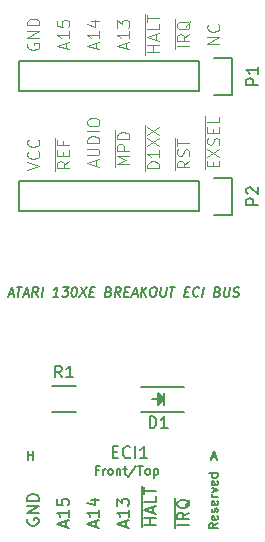
<source format=gto>
%TF.GenerationSoftware,KiCad,Pcbnew,4.0.2+dfsg1-stable*%
%TF.CreationDate,2019-04-14T21:57:52+02:00*%
%TF.ProjectId,ECI-Breakout,4543492D427265616B6F75742E6B6963,rev?*%
%TF.FileFunction,Legend,Top*%
%FSLAX46Y46*%
G04 Gerber Fmt 4.6, Leading zero omitted, Abs format (unit mm)*
G04 Created by KiCad (PCBNEW 4.0.2+dfsg1-stable) date Sun 14 Apr 2019 21:57:52 CEST*
%MOMM*%
G01*
G04 APERTURE LIST*
%ADD10C,0.100000*%
%ADD11C,0.200000*%
%ADD12C,0.150000*%
G04 APERTURE END LIST*
D10*
D11*
X122329999Y-92081333D02*
X122710951Y-92081333D01*
X122225237Y-92309905D02*
X122591904Y-91509905D01*
X122758571Y-92309905D01*
X123010951Y-91509905D02*
X123468094Y-91509905D01*
X123139523Y-92309905D02*
X123239523Y-91509905D01*
X123625237Y-92081333D02*
X124006189Y-92081333D01*
X123520475Y-92309905D02*
X123887142Y-91509905D01*
X124053809Y-92309905D01*
X124777618Y-92309905D02*
X124558570Y-91928952D01*
X124320475Y-92309905D02*
X124420475Y-91509905D01*
X124725237Y-91509905D01*
X124796666Y-91548000D01*
X124829999Y-91586095D01*
X124858570Y-91662286D01*
X124844285Y-91776571D01*
X124796666Y-91852762D01*
X124753809Y-91890857D01*
X124672856Y-91928952D01*
X124368094Y-91928952D01*
X125120475Y-92309905D02*
X125220475Y-91509905D01*
X126529999Y-92309905D02*
X126072856Y-92309905D01*
X126301427Y-92309905D02*
X126401427Y-91509905D01*
X126310951Y-91624190D01*
X126225236Y-91700381D01*
X126144285Y-91738476D01*
X126896666Y-91509905D02*
X127391904Y-91509905D01*
X127087142Y-91814667D01*
X127201428Y-91814667D01*
X127272856Y-91852762D01*
X127306190Y-91890857D01*
X127334761Y-91967048D01*
X127310952Y-92157524D01*
X127263333Y-92233714D01*
X127220475Y-92271810D01*
X127139523Y-92309905D01*
X126910951Y-92309905D01*
X126839523Y-92271810D01*
X126806190Y-92233714D01*
X127887142Y-91509905D02*
X127963333Y-91509905D01*
X128034761Y-91548000D01*
X128068094Y-91586095D01*
X128096666Y-91662286D01*
X128115714Y-91814667D01*
X128091904Y-92005143D01*
X128034762Y-92157524D01*
X127987142Y-92233714D01*
X127944285Y-92271810D01*
X127863333Y-92309905D01*
X127787142Y-92309905D01*
X127715714Y-92271810D01*
X127682380Y-92233714D01*
X127653809Y-92157524D01*
X127634761Y-92005143D01*
X127658571Y-91814667D01*
X127715713Y-91662286D01*
X127763332Y-91586095D01*
X127806190Y-91548000D01*
X127887142Y-91509905D01*
X128420476Y-91509905D02*
X128853809Y-92309905D01*
X128953809Y-91509905D02*
X128320476Y-92309905D01*
X129210952Y-91890857D02*
X129477619Y-91890857D01*
X129539524Y-92309905D02*
X129158571Y-92309905D01*
X129258571Y-91509905D01*
X129639524Y-91509905D01*
X130810953Y-91890857D02*
X130920477Y-91928952D01*
X130953810Y-91967048D01*
X130982381Y-92043238D01*
X130968096Y-92157524D01*
X130920477Y-92233714D01*
X130877620Y-92271810D01*
X130796667Y-92309905D01*
X130491905Y-92309905D01*
X130591905Y-91509905D01*
X130858572Y-91509905D01*
X130930000Y-91548000D01*
X130963334Y-91586095D01*
X130991905Y-91662286D01*
X130982382Y-91738476D01*
X130934763Y-91814667D01*
X130891905Y-91852762D01*
X130810953Y-91890857D01*
X130544286Y-91890857D01*
X131749048Y-92309905D02*
X131530000Y-91928952D01*
X131291905Y-92309905D02*
X131391905Y-91509905D01*
X131696667Y-91509905D01*
X131768096Y-91548000D01*
X131801429Y-91586095D01*
X131830000Y-91662286D01*
X131815715Y-91776571D01*
X131768096Y-91852762D01*
X131725239Y-91890857D01*
X131644286Y-91928952D01*
X131339524Y-91928952D01*
X132144286Y-91890857D02*
X132410953Y-91890857D01*
X132472858Y-92309905D02*
X132091905Y-92309905D01*
X132191905Y-91509905D01*
X132572858Y-91509905D01*
X132806191Y-92081333D02*
X133187143Y-92081333D01*
X132701429Y-92309905D02*
X133068096Y-91509905D01*
X133234763Y-92309905D01*
X133501429Y-92309905D02*
X133601429Y-91509905D01*
X133958572Y-92309905D02*
X133672858Y-91852762D01*
X134058572Y-91509905D02*
X133544286Y-91967048D01*
X134553810Y-91509905D02*
X134706191Y-91509905D01*
X134777620Y-91548000D01*
X134844286Y-91624190D01*
X134863334Y-91776571D01*
X134830000Y-92043238D01*
X134772858Y-92195619D01*
X134687144Y-92271810D01*
X134606191Y-92309905D01*
X134453810Y-92309905D01*
X134382382Y-92271810D01*
X134315715Y-92195619D01*
X134296667Y-92043238D01*
X134330001Y-91776571D01*
X134387143Y-91624190D01*
X134472858Y-91548000D01*
X134553810Y-91509905D01*
X135239524Y-91509905D02*
X135158572Y-92157524D01*
X135187143Y-92233714D01*
X135220477Y-92271810D01*
X135291905Y-92309905D01*
X135444286Y-92309905D01*
X135525239Y-92271810D01*
X135568096Y-92233714D01*
X135615715Y-92157524D01*
X135696667Y-91509905D01*
X135963333Y-91509905D02*
X136420476Y-91509905D01*
X136091905Y-92309905D02*
X136191905Y-91509905D01*
X137249048Y-91890857D02*
X137515715Y-91890857D01*
X137577620Y-92309905D02*
X137196667Y-92309905D01*
X137296667Y-91509905D01*
X137677620Y-91509905D01*
X138387144Y-92233714D02*
X138344287Y-92271810D01*
X138225239Y-92309905D01*
X138149049Y-92309905D01*
X138039525Y-92271810D01*
X137972858Y-92195619D01*
X137944286Y-92119429D01*
X137925239Y-91967048D01*
X137939525Y-91852762D01*
X137996667Y-91700381D01*
X138044286Y-91624190D01*
X138130001Y-91548000D01*
X138249049Y-91509905D01*
X138325239Y-91509905D01*
X138434763Y-91548000D01*
X138468096Y-91586095D01*
X138720477Y-92309905D02*
X138820477Y-91509905D01*
X140030001Y-91890857D02*
X140139525Y-91928952D01*
X140172858Y-91967048D01*
X140201429Y-92043238D01*
X140187144Y-92157524D01*
X140139525Y-92233714D01*
X140096668Y-92271810D01*
X140015715Y-92309905D01*
X139710953Y-92309905D01*
X139810953Y-91509905D01*
X140077620Y-91509905D01*
X140149048Y-91548000D01*
X140182382Y-91586095D01*
X140210953Y-91662286D01*
X140201430Y-91738476D01*
X140153811Y-91814667D01*
X140110953Y-91852762D01*
X140030001Y-91890857D01*
X139763334Y-91890857D01*
X140610953Y-91509905D02*
X140530001Y-92157524D01*
X140558572Y-92233714D01*
X140591906Y-92271810D01*
X140663334Y-92309905D01*
X140815715Y-92309905D01*
X140896668Y-92271810D01*
X140939525Y-92233714D01*
X140987144Y-92157524D01*
X141068096Y-91509905D01*
X141315715Y-92271810D02*
X141425239Y-92309905D01*
X141615715Y-92309905D01*
X141696667Y-92271810D01*
X141739525Y-92233714D01*
X141787144Y-92157524D01*
X141796667Y-92081333D01*
X141768096Y-92005143D01*
X141734762Y-91967048D01*
X141663334Y-91928952D01*
X141515715Y-91890857D01*
X141444286Y-91852762D01*
X141410953Y-91814667D01*
X141382382Y-91738476D01*
X141391905Y-91662286D01*
X141439524Y-91586095D01*
X141482381Y-91548000D01*
X141563334Y-91509905D01*
X141753810Y-91509905D01*
X141863334Y-91548000D01*
D10*
X139628571Y-81271810D02*
X139628571Y-80938476D01*
X140152381Y-80795619D02*
X140152381Y-81271810D01*
X139152381Y-81271810D01*
X139152381Y-80795619D01*
X139152381Y-80462286D02*
X140152381Y-79795619D01*
X139152381Y-79795619D02*
X140152381Y-80462286D01*
X140104762Y-79462286D02*
X140152381Y-79319429D01*
X140152381Y-79081333D01*
X140104762Y-78986095D01*
X140057143Y-78938476D01*
X139961905Y-78890857D01*
X139866667Y-78890857D01*
X139771429Y-78938476D01*
X139723810Y-78986095D01*
X139676190Y-79081333D01*
X139628571Y-79271810D01*
X139580952Y-79367048D01*
X139533333Y-79414667D01*
X139438095Y-79462286D01*
X139342857Y-79462286D01*
X139247619Y-79414667D01*
X139200000Y-79367048D01*
X139152381Y-79271810D01*
X139152381Y-79033714D01*
X139200000Y-78890857D01*
X139628571Y-78462286D02*
X139628571Y-78128952D01*
X140152381Y-77986095D02*
X140152381Y-78462286D01*
X139152381Y-78462286D01*
X139152381Y-77986095D01*
X140152381Y-77081333D02*
X140152381Y-77557524D01*
X139152381Y-77557524D01*
X138980000Y-81509905D02*
X138980000Y-76986095D01*
X137612381Y-80811619D02*
X137136190Y-81144953D01*
X137612381Y-81383048D02*
X136612381Y-81383048D01*
X136612381Y-81002095D01*
X136660000Y-80906857D01*
X136707619Y-80859238D01*
X136802857Y-80811619D01*
X136945714Y-80811619D01*
X137040952Y-80859238D01*
X137088571Y-80906857D01*
X137136190Y-81002095D01*
X137136190Y-81383048D01*
X137564762Y-80430667D02*
X137612381Y-80287810D01*
X137612381Y-80049714D01*
X137564762Y-79954476D01*
X137517143Y-79906857D01*
X137421905Y-79859238D01*
X137326667Y-79859238D01*
X137231429Y-79906857D01*
X137183810Y-79954476D01*
X137136190Y-80049714D01*
X137088571Y-80240191D01*
X137040952Y-80335429D01*
X136993333Y-80383048D01*
X136898095Y-80430667D01*
X136802857Y-80430667D01*
X136707619Y-80383048D01*
X136660000Y-80335429D01*
X136612381Y-80240191D01*
X136612381Y-80002095D01*
X136660000Y-79859238D01*
X136612381Y-79573524D02*
X136612381Y-79002095D01*
X137612381Y-79287810D02*
X136612381Y-79287810D01*
X136440000Y-81621143D02*
X136440000Y-78906857D01*
X135072381Y-81446476D02*
X134072381Y-81446476D01*
X134072381Y-81208381D01*
X134120000Y-81065523D01*
X134215238Y-80970285D01*
X134310476Y-80922666D01*
X134500952Y-80875047D01*
X134643810Y-80875047D01*
X134834286Y-80922666D01*
X134929524Y-80970285D01*
X135024762Y-81065523D01*
X135072381Y-81208381D01*
X135072381Y-81446476D01*
X135072381Y-79922666D02*
X135072381Y-80494095D01*
X135072381Y-80208381D02*
X134072381Y-80208381D01*
X134215238Y-80303619D01*
X134310476Y-80398857D01*
X134358095Y-80494095D01*
X134072381Y-79589333D02*
X135072381Y-78922666D01*
X134072381Y-78922666D02*
X135072381Y-79589333D01*
X134072381Y-78636952D02*
X135072381Y-77970285D01*
X134072381Y-77970285D02*
X135072381Y-78636952D01*
X133900000Y-81684571D02*
X133900000Y-77827428D01*
X132532381Y-81089333D02*
X131532381Y-81089333D01*
X132246667Y-80755999D01*
X131532381Y-80422666D01*
X132532381Y-80422666D01*
X132532381Y-79946476D02*
X131532381Y-79946476D01*
X131532381Y-79565523D01*
X131580000Y-79470285D01*
X131627619Y-79422666D01*
X131722857Y-79375047D01*
X131865714Y-79375047D01*
X131960952Y-79422666D01*
X132008571Y-79470285D01*
X132056190Y-79565523D01*
X132056190Y-79946476D01*
X132532381Y-78946476D02*
X131532381Y-78946476D01*
X131532381Y-78708381D01*
X131580000Y-78565523D01*
X131675238Y-78470285D01*
X131770476Y-78422666D01*
X131960952Y-78375047D01*
X132103810Y-78375047D01*
X132294286Y-78422666D01*
X132389524Y-78470285D01*
X132484762Y-78565523D01*
X132532381Y-78708381D01*
X132532381Y-78946476D01*
X131360000Y-81327428D02*
X131360000Y-78184571D01*
X129706667Y-81271809D02*
X129706667Y-80795618D01*
X129992381Y-81367047D02*
X128992381Y-81033714D01*
X129992381Y-80700380D01*
X128992381Y-80367047D02*
X129801905Y-80367047D01*
X129897143Y-80319428D01*
X129944762Y-80271809D01*
X129992381Y-80176571D01*
X129992381Y-79986094D01*
X129944762Y-79890856D01*
X129897143Y-79843237D01*
X129801905Y-79795618D01*
X128992381Y-79795618D01*
X129992381Y-79319428D02*
X128992381Y-79319428D01*
X128992381Y-79081333D01*
X129040000Y-78938475D01*
X129135238Y-78843237D01*
X129230476Y-78795618D01*
X129420952Y-78747999D01*
X129563810Y-78747999D01*
X129754286Y-78795618D01*
X129849524Y-78843237D01*
X129944762Y-78938475D01*
X129992381Y-79081333D01*
X129992381Y-79319428D01*
X129992381Y-78319428D02*
X128992381Y-78319428D01*
X128992381Y-77652762D02*
X128992381Y-77462285D01*
X129040000Y-77367047D01*
X129135238Y-77271809D01*
X129325714Y-77224190D01*
X129659048Y-77224190D01*
X129849524Y-77271809D01*
X129944762Y-77367047D01*
X129992381Y-77462285D01*
X129992381Y-77652762D01*
X129944762Y-77748000D01*
X129849524Y-77843238D01*
X129659048Y-77890857D01*
X129325714Y-77890857D01*
X129135238Y-77843238D01*
X129040000Y-77748000D01*
X128992381Y-77652762D01*
X127452381Y-80835428D02*
X126976190Y-81168762D01*
X127452381Y-81406857D02*
X126452381Y-81406857D01*
X126452381Y-81025904D01*
X126500000Y-80930666D01*
X126547619Y-80883047D01*
X126642857Y-80835428D01*
X126785714Y-80835428D01*
X126880952Y-80883047D01*
X126928571Y-80930666D01*
X126976190Y-81025904D01*
X126976190Y-81406857D01*
X126928571Y-80406857D02*
X126928571Y-80073523D01*
X127452381Y-79930666D02*
X127452381Y-80406857D01*
X126452381Y-80406857D01*
X126452381Y-79930666D01*
X126928571Y-79168761D02*
X126928571Y-79502095D01*
X127452381Y-79502095D02*
X126452381Y-79502095D01*
X126452381Y-79025904D01*
X126280000Y-81644952D02*
X126280000Y-78883047D01*
X123912381Y-81597333D02*
X124912381Y-81264000D01*
X123912381Y-80930666D01*
X124817143Y-80025904D02*
X124864762Y-80073523D01*
X124912381Y-80216380D01*
X124912381Y-80311618D01*
X124864762Y-80454476D01*
X124769524Y-80549714D01*
X124674286Y-80597333D01*
X124483810Y-80644952D01*
X124340952Y-80644952D01*
X124150476Y-80597333D01*
X124055238Y-80549714D01*
X123960000Y-80454476D01*
X123912381Y-80311618D01*
X123912381Y-80216380D01*
X123960000Y-80073523D01*
X124007619Y-80025904D01*
X124817143Y-79025904D02*
X124864762Y-79073523D01*
X124912381Y-79216380D01*
X124912381Y-79311618D01*
X124864762Y-79454476D01*
X124769524Y-79549714D01*
X124674286Y-79597333D01*
X124483810Y-79644952D01*
X124340952Y-79644952D01*
X124150476Y-79597333D01*
X124055238Y-79549714D01*
X123960000Y-79454476D01*
X123912381Y-79311618D01*
X123912381Y-79216380D01*
X123960000Y-79073523D01*
X124007619Y-79025904D01*
X140152381Y-70889714D02*
X139152381Y-70889714D01*
X140152381Y-70318285D01*
X139152381Y-70318285D01*
X140057143Y-69270666D02*
X140104762Y-69318285D01*
X140152381Y-69461142D01*
X140152381Y-69556380D01*
X140104762Y-69699238D01*
X140009524Y-69794476D01*
X139914286Y-69842095D01*
X139723810Y-69889714D01*
X139580952Y-69889714D01*
X139390476Y-69842095D01*
X139295238Y-69794476D01*
X139200000Y-69699238D01*
X139152381Y-69556380D01*
X139152381Y-69461142D01*
X139200000Y-69318285D01*
X139247619Y-69270666D01*
X137612381Y-71127809D02*
X136612381Y-71127809D01*
X137612381Y-70080190D02*
X137136190Y-70413524D01*
X137612381Y-70651619D02*
X136612381Y-70651619D01*
X136612381Y-70270666D01*
X136660000Y-70175428D01*
X136707619Y-70127809D01*
X136802857Y-70080190D01*
X136945714Y-70080190D01*
X137040952Y-70127809D01*
X137088571Y-70175428D01*
X137136190Y-70270666D01*
X137136190Y-70651619D01*
X137707619Y-68984952D02*
X137660000Y-69080190D01*
X137564762Y-69175428D01*
X137421905Y-69318285D01*
X137374286Y-69413524D01*
X137374286Y-69508762D01*
X137612381Y-69461143D02*
X137564762Y-69556381D01*
X137469524Y-69651619D01*
X137279048Y-69699238D01*
X136945714Y-69699238D01*
X136755238Y-69651619D01*
X136660000Y-69556381D01*
X136612381Y-69461143D01*
X136612381Y-69270666D01*
X136660000Y-69175428D01*
X136755238Y-69080190D01*
X136945714Y-69032571D01*
X137279048Y-69032571D01*
X137469524Y-69080190D01*
X137564762Y-69175428D01*
X137612381Y-69270666D01*
X137612381Y-69461143D01*
X136440000Y-71365904D02*
X136440000Y-68842095D01*
X135072381Y-71604000D02*
X134072381Y-71604000D01*
X134548571Y-71604000D02*
X134548571Y-71032571D01*
X135072381Y-71032571D02*
X134072381Y-71032571D01*
X134786667Y-70604000D02*
X134786667Y-70127809D01*
X135072381Y-70699238D02*
X134072381Y-70365905D01*
X135072381Y-70032571D01*
X135072381Y-69223047D02*
X135072381Y-69699238D01*
X134072381Y-69699238D01*
X134072381Y-69032571D02*
X134072381Y-68461142D01*
X135072381Y-68746857D02*
X134072381Y-68746857D01*
X133900000Y-71842095D02*
X133900000Y-68365904D01*
X132246667Y-71294476D02*
X132246667Y-70818285D01*
X132532381Y-71389714D02*
X131532381Y-71056381D01*
X132532381Y-70723047D01*
X132532381Y-69865904D02*
X132532381Y-70437333D01*
X132532381Y-70151619D02*
X131532381Y-70151619D01*
X131675238Y-70246857D01*
X131770476Y-70342095D01*
X131818095Y-70437333D01*
X131532381Y-69532571D02*
X131532381Y-68913523D01*
X131913333Y-69246857D01*
X131913333Y-69103999D01*
X131960952Y-69008761D01*
X132008571Y-68961142D01*
X132103810Y-68913523D01*
X132341905Y-68913523D01*
X132437143Y-68961142D01*
X132484762Y-69008761D01*
X132532381Y-69103999D01*
X132532381Y-69389714D01*
X132484762Y-69484952D01*
X132437143Y-69532571D01*
X129706667Y-71294476D02*
X129706667Y-70818285D01*
X129992381Y-71389714D02*
X128992381Y-71056381D01*
X129992381Y-70723047D01*
X129992381Y-69865904D02*
X129992381Y-70437333D01*
X129992381Y-70151619D02*
X128992381Y-70151619D01*
X129135238Y-70246857D01*
X129230476Y-70342095D01*
X129278095Y-70437333D01*
X129325714Y-69008761D02*
X129992381Y-69008761D01*
X128944762Y-69246857D02*
X129659048Y-69484952D01*
X129659048Y-68865904D01*
X127166667Y-71294476D02*
X127166667Y-70818285D01*
X127452381Y-71389714D02*
X126452381Y-71056381D01*
X127452381Y-70723047D01*
X127452381Y-69865904D02*
X127452381Y-70437333D01*
X127452381Y-70151619D02*
X126452381Y-70151619D01*
X126595238Y-70246857D01*
X126690476Y-70342095D01*
X126738095Y-70437333D01*
X126452381Y-68961142D02*
X126452381Y-69437333D01*
X126928571Y-69484952D01*
X126880952Y-69437333D01*
X126833333Y-69342095D01*
X126833333Y-69103999D01*
X126880952Y-69008761D01*
X126928571Y-68961142D01*
X127023810Y-68913523D01*
X127261905Y-68913523D01*
X127357143Y-68961142D01*
X127404762Y-69008761D01*
X127452381Y-69103999D01*
X127452381Y-69342095D01*
X127404762Y-69437333D01*
X127357143Y-69484952D01*
X123960000Y-70865904D02*
X123912381Y-70961142D01*
X123912381Y-71103999D01*
X123960000Y-71246857D01*
X124055238Y-71342095D01*
X124150476Y-71389714D01*
X124340952Y-71437333D01*
X124483810Y-71437333D01*
X124674286Y-71389714D01*
X124769524Y-71342095D01*
X124864762Y-71246857D01*
X124912381Y-71103999D01*
X124912381Y-71008761D01*
X124864762Y-70865904D01*
X124817143Y-70818285D01*
X124483810Y-70818285D01*
X124483810Y-71008761D01*
X124912381Y-70389714D02*
X123912381Y-70389714D01*
X124912381Y-69818285D01*
X123912381Y-69818285D01*
X124912381Y-69342095D02*
X123912381Y-69342095D01*
X123912381Y-69104000D01*
X123960000Y-68961142D01*
X124055238Y-68865904D01*
X124150476Y-68818285D01*
X124340952Y-68770666D01*
X124483810Y-68770666D01*
X124674286Y-68818285D01*
X124769524Y-68865904D01*
X124864762Y-68961142D01*
X124912381Y-69104000D01*
X124912381Y-69342095D01*
D12*
X137150000Y-99950000D02*
X133550000Y-99950000D01*
X137150000Y-102050000D02*
X133550000Y-102050000D01*
X135100000Y-101300000D02*
X135100000Y-100700000D01*
X135100000Y-100700000D02*
X135400000Y-101000000D01*
X135400000Y-101000000D02*
X135200000Y-101200000D01*
X135200000Y-101200000D02*
X135200000Y-100950000D01*
X135200000Y-100950000D02*
X135250000Y-101000000D01*
X135500000Y-101500000D02*
X135500000Y-100500000D01*
X135000000Y-101000000D02*
X134500000Y-101000000D01*
X135500000Y-101000000D02*
X135000000Y-101500000D01*
X135000000Y-101500000D02*
X135000000Y-100500000D01*
X135000000Y-100500000D02*
X135500000Y-101000000D01*
X128000000Y-102075000D02*
X126000000Y-102075000D01*
X126000000Y-99925000D02*
X128000000Y-99925000D01*
X138430000Y-74930000D02*
X123190000Y-74930000D01*
X123190000Y-74930000D02*
X123190000Y-72390000D01*
X123190000Y-72390000D02*
X138430000Y-72390000D01*
X141250000Y-75210000D02*
X139700000Y-75210000D01*
X138430000Y-74930000D02*
X138430000Y-72390000D01*
X139700000Y-72110000D02*
X141250000Y-72110000D01*
X141250000Y-72110000D02*
X141250000Y-75210000D01*
X138430000Y-85090000D02*
X123190000Y-85090000D01*
X123190000Y-85090000D02*
X123190000Y-82550000D01*
X123190000Y-82550000D02*
X138430000Y-82550000D01*
X141250000Y-85370000D02*
X139700000Y-85370000D01*
X138430000Y-85090000D02*
X138430000Y-82550000D01*
X139700000Y-82270000D02*
X141250000Y-82270000D01*
X141250000Y-82270000D02*
X141250000Y-85370000D01*
X134261905Y-103452381D02*
X134261905Y-102452381D01*
X134500000Y-102452381D01*
X134642858Y-102500000D01*
X134738096Y-102595238D01*
X134785715Y-102690476D01*
X134833334Y-102880952D01*
X134833334Y-103023810D01*
X134785715Y-103214286D01*
X134738096Y-103309524D01*
X134642858Y-103404762D01*
X134500000Y-103452381D01*
X134261905Y-103452381D01*
X135785715Y-103452381D02*
X135214286Y-103452381D01*
X135500000Y-103452381D02*
X135500000Y-102452381D01*
X135404762Y-102595238D01*
X135309524Y-102690476D01*
X135214286Y-102738095D01*
X131131429Y-105466571D02*
X131464763Y-105466571D01*
X131607620Y-105990381D02*
X131131429Y-105990381D01*
X131131429Y-104990381D01*
X131607620Y-104990381D01*
X132607620Y-105895143D02*
X132560001Y-105942762D01*
X132417144Y-105990381D01*
X132321906Y-105990381D01*
X132179048Y-105942762D01*
X132083810Y-105847524D01*
X132036191Y-105752286D01*
X131988572Y-105561810D01*
X131988572Y-105418952D01*
X132036191Y-105228476D01*
X132083810Y-105133238D01*
X132179048Y-105038000D01*
X132321906Y-104990381D01*
X132417144Y-104990381D01*
X132560001Y-105038000D01*
X132607620Y-105085619D01*
X133036191Y-105990381D02*
X133036191Y-104990381D01*
X134036191Y-105990381D02*
X133464762Y-105990381D01*
X133750476Y-105990381D02*
X133750476Y-104990381D01*
X133655238Y-105133238D01*
X133560000Y-105228476D01*
X133464762Y-105276095D01*
X129931001Y-107008429D02*
X129681001Y-107008429D01*
X129681001Y-107401286D02*
X129681001Y-106651286D01*
X130038144Y-106651286D01*
X130323858Y-107401286D02*
X130323858Y-106901286D01*
X130323858Y-107044143D02*
X130359573Y-106972714D01*
X130395287Y-106937000D01*
X130466716Y-106901286D01*
X130538144Y-106901286D01*
X130895287Y-107401286D02*
X130823859Y-107365571D01*
X130788144Y-107329857D01*
X130752430Y-107258429D01*
X130752430Y-107044143D01*
X130788144Y-106972714D01*
X130823859Y-106937000D01*
X130895287Y-106901286D01*
X131002430Y-106901286D01*
X131073859Y-106937000D01*
X131109573Y-106972714D01*
X131145287Y-107044143D01*
X131145287Y-107258429D01*
X131109573Y-107329857D01*
X131073859Y-107365571D01*
X131002430Y-107401286D01*
X130895287Y-107401286D01*
X131466715Y-106901286D02*
X131466715Y-107401286D01*
X131466715Y-106972714D02*
X131502430Y-106937000D01*
X131573858Y-106901286D01*
X131681001Y-106901286D01*
X131752430Y-106937000D01*
X131788144Y-107008429D01*
X131788144Y-107401286D01*
X132038144Y-106901286D02*
X132323858Y-106901286D01*
X132145286Y-106651286D02*
X132145286Y-107294143D01*
X132181001Y-107365571D01*
X132252429Y-107401286D01*
X132323858Y-107401286D01*
X133109572Y-106615571D02*
X132466715Y-107579857D01*
X133252429Y-106651286D02*
X133681000Y-106651286D01*
X133466714Y-107401286D02*
X133466714Y-106651286D01*
X134038143Y-107401286D02*
X133966715Y-107365571D01*
X133931000Y-107329857D01*
X133895286Y-107258429D01*
X133895286Y-107044143D01*
X133931000Y-106972714D01*
X133966715Y-106937000D01*
X134038143Y-106901286D01*
X134145286Y-106901286D01*
X134216715Y-106937000D01*
X134252429Y-106972714D01*
X134288143Y-107044143D01*
X134288143Y-107258429D01*
X134252429Y-107329857D01*
X134216715Y-107365571D01*
X134145286Y-107401286D01*
X134038143Y-107401286D01*
X134609571Y-106901286D02*
X134609571Y-107651286D01*
X134609571Y-106937000D02*
X134681000Y-106901286D01*
X134823857Y-106901286D01*
X134895286Y-106937000D01*
X134931000Y-106972714D01*
X134966714Y-107044143D01*
X134966714Y-107258429D01*
X134931000Y-107329857D01*
X134895286Y-107365571D01*
X134823857Y-107401286D01*
X134681000Y-107401286D01*
X134609571Y-107365571D01*
X123963714Y-106131286D02*
X123963714Y-105381286D01*
X123963714Y-105738429D02*
X124392286Y-105738429D01*
X124392286Y-106131286D02*
X124392286Y-105381286D01*
X139493429Y-105917000D02*
X139850572Y-105917000D01*
X139422001Y-106131286D02*
X139672001Y-105381286D01*
X139922001Y-106131286D01*
X140011286Y-111494857D02*
X139654143Y-111744857D01*
X140011286Y-111923429D02*
X139261286Y-111923429D01*
X139261286Y-111637714D01*
X139297000Y-111566286D01*
X139332714Y-111530571D01*
X139404143Y-111494857D01*
X139511286Y-111494857D01*
X139582714Y-111530571D01*
X139618429Y-111566286D01*
X139654143Y-111637714D01*
X139654143Y-111923429D01*
X139975571Y-110887714D02*
X140011286Y-110959143D01*
X140011286Y-111102000D01*
X139975571Y-111173429D01*
X139904143Y-111209143D01*
X139618429Y-111209143D01*
X139547000Y-111173429D01*
X139511286Y-111102000D01*
X139511286Y-110959143D01*
X139547000Y-110887714D01*
X139618429Y-110852000D01*
X139689857Y-110852000D01*
X139761286Y-111209143D01*
X139975571Y-110566286D02*
X140011286Y-110494857D01*
X140011286Y-110352000D01*
X139975571Y-110280572D01*
X139904143Y-110244857D01*
X139868429Y-110244857D01*
X139797000Y-110280572D01*
X139761286Y-110352000D01*
X139761286Y-110459143D01*
X139725571Y-110530572D01*
X139654143Y-110566286D01*
X139618429Y-110566286D01*
X139547000Y-110530572D01*
X139511286Y-110459143D01*
X139511286Y-110352000D01*
X139547000Y-110280572D01*
X139975571Y-109637714D02*
X140011286Y-109709143D01*
X140011286Y-109852000D01*
X139975571Y-109923429D01*
X139904143Y-109959143D01*
X139618429Y-109959143D01*
X139547000Y-109923429D01*
X139511286Y-109852000D01*
X139511286Y-109709143D01*
X139547000Y-109637714D01*
X139618429Y-109602000D01*
X139689857Y-109602000D01*
X139761286Y-109959143D01*
X140011286Y-109280572D02*
X139511286Y-109280572D01*
X139654143Y-109280572D02*
X139582714Y-109244857D01*
X139547000Y-109209143D01*
X139511286Y-109137714D01*
X139511286Y-109066286D01*
X139511286Y-108887714D02*
X140011286Y-108709143D01*
X139511286Y-108530571D01*
X139975571Y-107959142D02*
X140011286Y-108030571D01*
X140011286Y-108173428D01*
X139975571Y-108244857D01*
X139904143Y-108280571D01*
X139618429Y-108280571D01*
X139547000Y-108244857D01*
X139511286Y-108173428D01*
X139511286Y-108030571D01*
X139547000Y-107959142D01*
X139618429Y-107923428D01*
X139689857Y-107923428D01*
X139761286Y-108280571D01*
X140011286Y-107280571D02*
X139261286Y-107280571D01*
X139975571Y-107280571D02*
X140011286Y-107352000D01*
X140011286Y-107494857D01*
X139975571Y-107566285D01*
X139939857Y-107602000D01*
X139868429Y-107637714D01*
X139654143Y-107637714D01*
X139582714Y-107602000D01*
X139547000Y-107566285D01*
X139511286Y-107494857D01*
X139511286Y-107352000D01*
X139547000Y-107280571D01*
X137584381Y-111641809D02*
X136584381Y-111641809D01*
X137584381Y-110594190D02*
X137108190Y-110927524D01*
X137584381Y-111165619D02*
X136584381Y-111165619D01*
X136584381Y-110784666D01*
X136632000Y-110689428D01*
X136679619Y-110641809D01*
X136774857Y-110594190D01*
X136917714Y-110594190D01*
X137012952Y-110641809D01*
X137060571Y-110689428D01*
X137108190Y-110784666D01*
X137108190Y-111165619D01*
X137679619Y-109498952D02*
X137632000Y-109594190D01*
X137536762Y-109689428D01*
X137393905Y-109832285D01*
X137346286Y-109927524D01*
X137346286Y-110022762D01*
X137584381Y-109975143D02*
X137536762Y-110070381D01*
X137441524Y-110165619D01*
X137251048Y-110213238D01*
X136917714Y-110213238D01*
X136727238Y-110165619D01*
X136632000Y-110070381D01*
X136584381Y-109975143D01*
X136584381Y-109784666D01*
X136632000Y-109689428D01*
X136727238Y-109594190D01*
X136917714Y-109546571D01*
X137251048Y-109546571D01*
X137441524Y-109594190D01*
X137536762Y-109689428D01*
X137584381Y-109784666D01*
X137584381Y-109975143D01*
X136412000Y-111879904D02*
X136412000Y-109356095D01*
X134790381Y-111610000D02*
X133790381Y-111610000D01*
X134266571Y-111610000D02*
X134266571Y-111038571D01*
X134790381Y-111038571D02*
X133790381Y-111038571D01*
X134504667Y-110610000D02*
X134504667Y-110133809D01*
X134790381Y-110705238D02*
X133790381Y-110371905D01*
X134790381Y-110038571D01*
X134790381Y-109229047D02*
X134790381Y-109705238D01*
X133790381Y-109705238D01*
X133790381Y-109038571D02*
X133790381Y-108467142D01*
X134790381Y-108752857D02*
X133790381Y-108752857D01*
X133618000Y-111848095D02*
X133618000Y-108371904D01*
X132218667Y-111808476D02*
X132218667Y-111332285D01*
X132504381Y-111903714D02*
X131504381Y-111570381D01*
X132504381Y-111237047D01*
X132504381Y-110379904D02*
X132504381Y-110951333D01*
X132504381Y-110665619D02*
X131504381Y-110665619D01*
X131647238Y-110760857D01*
X131742476Y-110856095D01*
X131790095Y-110951333D01*
X131504381Y-110046571D02*
X131504381Y-109427523D01*
X131885333Y-109760857D01*
X131885333Y-109617999D01*
X131932952Y-109522761D01*
X131980571Y-109475142D01*
X132075810Y-109427523D01*
X132313905Y-109427523D01*
X132409143Y-109475142D01*
X132456762Y-109522761D01*
X132504381Y-109617999D01*
X132504381Y-109903714D01*
X132456762Y-109998952D01*
X132409143Y-110046571D01*
X129678667Y-111808476D02*
X129678667Y-111332285D01*
X129964381Y-111903714D02*
X128964381Y-111570381D01*
X129964381Y-111237047D01*
X129964381Y-110379904D02*
X129964381Y-110951333D01*
X129964381Y-110665619D02*
X128964381Y-110665619D01*
X129107238Y-110760857D01*
X129202476Y-110856095D01*
X129250095Y-110951333D01*
X129297714Y-109522761D02*
X129964381Y-109522761D01*
X128916762Y-109760857D02*
X129631048Y-109998952D01*
X129631048Y-109379904D01*
X127138667Y-111808476D02*
X127138667Y-111332285D01*
X127424381Y-111903714D02*
X126424381Y-111570381D01*
X127424381Y-111237047D01*
X127424381Y-110379904D02*
X127424381Y-110951333D01*
X127424381Y-110665619D02*
X126424381Y-110665619D01*
X126567238Y-110760857D01*
X126662476Y-110856095D01*
X126710095Y-110951333D01*
X126424381Y-109475142D02*
X126424381Y-109951333D01*
X126900571Y-109998952D01*
X126852952Y-109951333D01*
X126805333Y-109856095D01*
X126805333Y-109617999D01*
X126852952Y-109522761D01*
X126900571Y-109475142D01*
X126995810Y-109427523D01*
X127233905Y-109427523D01*
X127329143Y-109475142D01*
X127376762Y-109522761D01*
X127424381Y-109617999D01*
X127424381Y-109856095D01*
X127376762Y-109951333D01*
X127329143Y-109998952D01*
X123932000Y-111125904D02*
X123884381Y-111221142D01*
X123884381Y-111363999D01*
X123932000Y-111506857D01*
X124027238Y-111602095D01*
X124122476Y-111649714D01*
X124312952Y-111697333D01*
X124455810Y-111697333D01*
X124646286Y-111649714D01*
X124741524Y-111602095D01*
X124836762Y-111506857D01*
X124884381Y-111363999D01*
X124884381Y-111268761D01*
X124836762Y-111125904D01*
X124789143Y-111078285D01*
X124455810Y-111078285D01*
X124455810Y-111268761D01*
X124884381Y-110649714D02*
X123884381Y-110649714D01*
X124884381Y-110078285D01*
X123884381Y-110078285D01*
X124884381Y-109602095D02*
X123884381Y-109602095D01*
X123884381Y-109364000D01*
X123932000Y-109221142D01*
X124027238Y-109125904D01*
X124122476Y-109078285D01*
X124312952Y-109030666D01*
X124455810Y-109030666D01*
X124646286Y-109078285D01*
X124741524Y-109125904D01*
X124836762Y-109221142D01*
X124884381Y-109364000D01*
X124884381Y-109602095D01*
X126833334Y-99152381D02*
X126500000Y-98676190D01*
X126261905Y-99152381D02*
X126261905Y-98152381D01*
X126642858Y-98152381D01*
X126738096Y-98200000D01*
X126785715Y-98247619D01*
X126833334Y-98342857D01*
X126833334Y-98485714D01*
X126785715Y-98580952D01*
X126738096Y-98628571D01*
X126642858Y-98676190D01*
X126261905Y-98676190D01*
X127785715Y-99152381D02*
X127214286Y-99152381D01*
X127500000Y-99152381D02*
X127500000Y-98152381D01*
X127404762Y-98295238D01*
X127309524Y-98390476D01*
X127214286Y-98438095D01*
X143454381Y-74398095D02*
X142454381Y-74398095D01*
X142454381Y-74017142D01*
X142502000Y-73921904D01*
X142549619Y-73874285D01*
X142644857Y-73826666D01*
X142787714Y-73826666D01*
X142882952Y-73874285D01*
X142930571Y-73921904D01*
X142978190Y-74017142D01*
X142978190Y-74398095D01*
X143454381Y-72874285D02*
X143454381Y-73445714D01*
X143454381Y-73160000D02*
X142454381Y-73160000D01*
X142597238Y-73255238D01*
X142692476Y-73350476D01*
X142740095Y-73445714D01*
X143454381Y-84558095D02*
X142454381Y-84558095D01*
X142454381Y-84177142D01*
X142502000Y-84081904D01*
X142549619Y-84034285D01*
X142644857Y-83986666D01*
X142787714Y-83986666D01*
X142882952Y-84034285D01*
X142930571Y-84081904D01*
X142978190Y-84177142D01*
X142978190Y-84558095D01*
X142549619Y-83605714D02*
X142502000Y-83558095D01*
X142454381Y-83462857D01*
X142454381Y-83224761D01*
X142502000Y-83129523D01*
X142549619Y-83081904D01*
X142644857Y-83034285D01*
X142740095Y-83034285D01*
X142882952Y-83081904D01*
X143454381Y-83653333D01*
X143454381Y-83034285D01*
M02*

</source>
